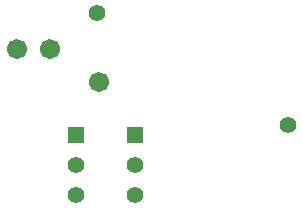
<source format=gbr>
G04 #@! TF.GenerationSoftware,KiCad,Pcbnew,(6.0.6-0)*
G04 #@! TF.CreationDate,2022-09-13T12:01:24-04:00*
G04 #@! TF.ProjectId,DA-15 Board,44412d31-3520-4426-9f61-72642e6b6963,1*
G04 #@! TF.SameCoordinates,Original*
G04 #@! TF.FileFunction,Soldermask,Bot*
G04 #@! TF.FilePolarity,Negative*
%FSLAX46Y46*%
G04 Gerber Fmt 4.6, Leading zero omitted, Abs format (unit mm)*
G04 Created by KiCad (PCBNEW (6.0.6-0)) date 2022-09-13 12:01:24*
%MOMM*%
%LPD*%
G01*
G04 APERTURE LIST*
G04 Aperture macros list*
%AMRoundRect*
0 Rectangle with rounded corners*
0 $1 Rounding radius*
0 $2 $3 $4 $5 $6 $7 $8 $9 X,Y pos of 4 corners*
0 Add a 4 corners polygon primitive as box body*
4,1,4,$2,$3,$4,$5,$6,$7,$8,$9,$2,$3,0*
0 Add four circle primitives for the rounded corners*
1,1,$1+$1,$2,$3*
1,1,$1+$1,$4,$5*
1,1,$1+$1,$6,$7*
1,1,$1+$1,$8,$9*
0 Add four rect primitives between the rounded corners*
20,1,$1+$1,$2,$3,$4,$5,0*
20,1,$1+$1,$4,$5,$6,$7,0*
20,1,$1+$1,$6,$7,$8,$9,0*
20,1,$1+$1,$8,$9,$2,$3,0*%
G04 Aperture macros list end*
%ADD10RoundRect,0.050800X-0.647700X-0.647700X0.647700X-0.647700X0.647700X0.647700X-0.647700X0.647700X0*%
%ADD11C,1.397000*%
%ADD12C,1.701600*%
%ADD13C,1.401600*%
G04 APERTURE END LIST*
D10*
X140190000Y-104070000D03*
D11*
X140190000Y-106610000D03*
X140190000Y-109150000D03*
D12*
X132990000Y-96790000D03*
X130220000Y-96790000D03*
X137145000Y-99630000D03*
D13*
X153120000Y-103260000D03*
D10*
X135200000Y-104080000D03*
D11*
X135200000Y-106620000D03*
X135200000Y-109160000D03*
D13*
X136950000Y-93740000D03*
M02*

</source>
